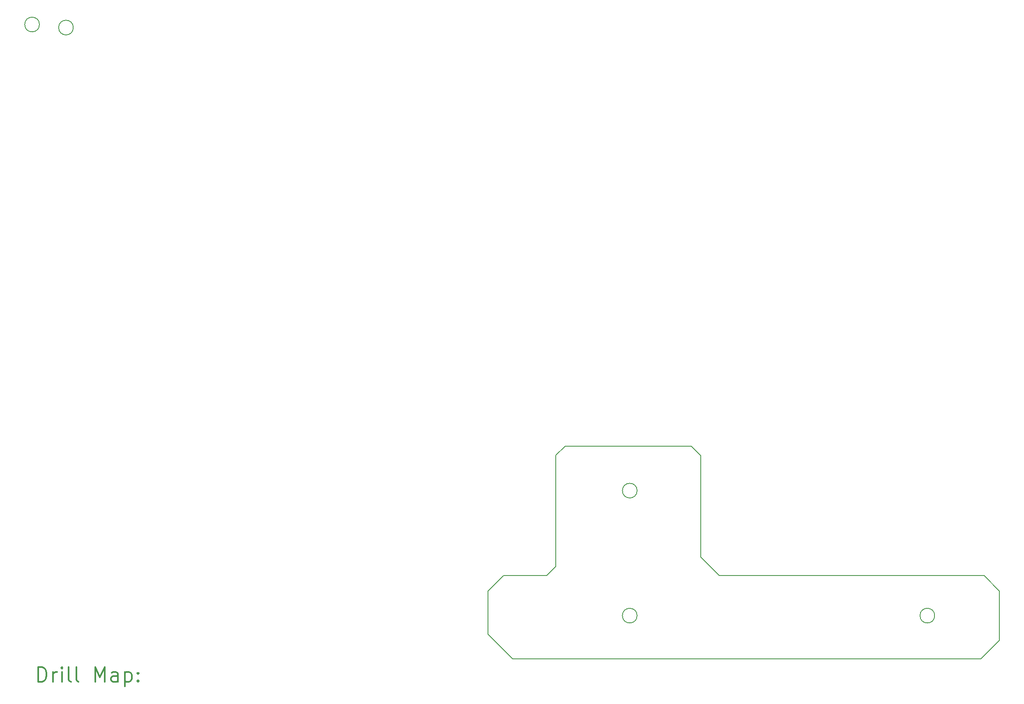
<source format=gbr>
%FSLAX45Y45*%
G04 Gerber Fmt 4.5, Leading zero omitted, Abs format (unit mm)*
G04 Created by KiCad (PCBNEW (5.1.2)-1) date 2019-06-03 22:16:30*
%MOMM*%
%LPD*%
G04 APERTURE LIST*
%ADD10C,0.150000*%
%ADD11C,0.200000*%
%ADD12C,0.300000*%
G04 APERTURE END LIST*
D10*
X11771971Y-12128500D02*
G75*
G03X11771971Y-12128500I-151471J0D01*
G01*
X151471Y0D02*
G75*
G03X151471Y0I-151471J0D01*
G01*
X-547029Y63500D02*
G75*
G03X-547029Y63500I-151471J0D01*
G01*
X12890500Y-8636000D02*
X13081000Y-8826500D01*
X10287000Y-8636000D02*
X12890500Y-8636000D01*
X10096500Y-8820150D02*
X10287000Y-8636000D01*
X9207500Y-13017500D02*
X8699500Y-12509500D01*
X17906071Y-12128500D02*
G75*
G03X17906071Y-12128500I-151471J0D01*
G01*
X11771971Y-9550400D02*
G75*
G03X11771971Y-9550400I-151471J0D01*
G01*
X9207500Y-13017500D02*
X18859500Y-13017500D01*
X19240500Y-11620500D02*
X19240500Y-12636500D01*
X18923000Y-11303000D02*
X19240500Y-11620500D01*
X13462000Y-11303000D02*
X18923000Y-11303000D01*
X13081000Y-10922000D02*
X13462000Y-11303000D01*
X13081000Y-10668000D02*
X13081000Y-10922000D01*
X8699500Y-11620500D02*
X8699500Y-12509500D01*
X9017000Y-11303000D02*
X8699500Y-11620500D01*
X9906000Y-11303000D02*
X9017000Y-11303000D01*
X10096500Y-11112500D02*
X9906000Y-11303000D01*
X10096500Y-10541000D02*
X10096500Y-11112500D01*
X13081000Y-8826500D02*
X13081000Y-10668000D01*
X10096500Y-10541000D02*
X10096500Y-8820150D01*
X19240500Y-12636500D02*
X18859500Y-13017500D01*
D11*
D12*
X-571043Y-13490714D02*
X-571043Y-13190714D01*
X-499614Y-13190714D01*
X-456757Y-13205000D01*
X-428185Y-13233571D01*
X-413900Y-13262143D01*
X-399614Y-13319286D01*
X-399614Y-13362143D01*
X-413900Y-13419286D01*
X-428185Y-13447857D01*
X-456757Y-13476429D01*
X-499614Y-13490714D01*
X-571043Y-13490714D01*
X-271043Y-13490714D02*
X-271043Y-13290714D01*
X-271043Y-13347857D02*
X-256757Y-13319286D01*
X-242471Y-13305000D01*
X-213900Y-13290714D01*
X-185328Y-13290714D01*
X-85328Y-13490714D02*
X-85328Y-13290714D01*
X-85328Y-13190714D02*
X-99614Y-13205000D01*
X-85328Y-13219286D01*
X-71043Y-13205000D01*
X-85328Y-13190714D01*
X-85328Y-13219286D01*
X100386Y-13490714D02*
X71815Y-13476429D01*
X57529Y-13447857D01*
X57529Y-13190714D01*
X257529Y-13490714D02*
X228957Y-13476429D01*
X214672Y-13447857D01*
X214672Y-13190714D01*
X600386Y-13490714D02*
X600386Y-13190714D01*
X700386Y-13405000D01*
X800386Y-13190714D01*
X800386Y-13490714D01*
X1071815Y-13490714D02*
X1071815Y-13333571D01*
X1057529Y-13305000D01*
X1028957Y-13290714D01*
X971814Y-13290714D01*
X943243Y-13305000D01*
X1071815Y-13476429D02*
X1043243Y-13490714D01*
X971814Y-13490714D01*
X943243Y-13476429D01*
X928957Y-13447857D01*
X928957Y-13419286D01*
X943243Y-13390714D01*
X971814Y-13376429D01*
X1043243Y-13376429D01*
X1071815Y-13362143D01*
X1214672Y-13290714D02*
X1214672Y-13590714D01*
X1214672Y-13305000D02*
X1243243Y-13290714D01*
X1300386Y-13290714D01*
X1328957Y-13305000D01*
X1343243Y-13319286D01*
X1357529Y-13347857D01*
X1357529Y-13433571D01*
X1343243Y-13462143D01*
X1328957Y-13476429D01*
X1300386Y-13490714D01*
X1243243Y-13490714D01*
X1214672Y-13476429D01*
X1486100Y-13462143D02*
X1500386Y-13476429D01*
X1486100Y-13490714D01*
X1471814Y-13476429D01*
X1486100Y-13462143D01*
X1486100Y-13490714D01*
X1486100Y-13305000D02*
X1500386Y-13319286D01*
X1486100Y-13333571D01*
X1471814Y-13319286D01*
X1486100Y-13305000D01*
X1486100Y-13333571D01*
M02*

</source>
